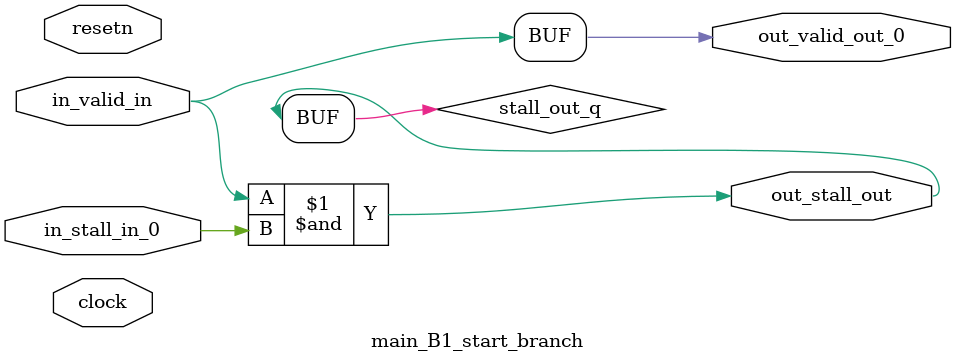
<source format=sv>



(* altera_attribute = "-name AUTO_SHIFT_REGISTER_RECOGNITION OFF; -name MESSAGE_DISABLE 10036; -name MESSAGE_DISABLE 10037; -name MESSAGE_DISABLE 14130; -name MESSAGE_DISABLE 14320; -name MESSAGE_DISABLE 15400; -name MESSAGE_DISABLE 14130; -name MESSAGE_DISABLE 10036; -name MESSAGE_DISABLE 12020; -name MESSAGE_DISABLE 12030; -name MESSAGE_DISABLE 12010; -name MESSAGE_DISABLE 12110; -name MESSAGE_DISABLE 14320; -name MESSAGE_DISABLE 13410; -name MESSAGE_DISABLE 113007; -name MESSAGE_DISABLE 10958" *)
module main_B1_start_branch (
    input wire [0:0] in_stall_in_0,
    input wire [0:0] in_valid_in,
    output wire [0:0] out_stall_out,
    output wire [0:0] out_valid_out_0,
    input wire clock,
    input wire resetn
    );

    wire [0:0] stall_out_q;


    // stall_out(LOGICAL,6)
    assign stall_out_q = in_valid_in & in_stall_in_0;

    // out_stall_out(GPOUT,4)
    assign out_stall_out = stall_out_q;

    // out_valid_out_0(GPOUT,5)
    assign out_valid_out_0 = in_valid_in;

endmodule

</source>
